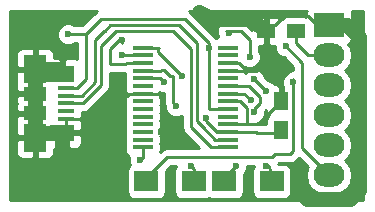
<source format=gtl>
G04 #@! TF.FileFunction,Copper,L1,Top,Signal*
%FSLAX46Y46*%
G04 Gerber Fmt 4.6, Leading zero omitted, Abs format (unit mm)*
G04 Created by KiCad (PCBNEW 4.0.6) date 10/22/17 19:33:14*
%MOMM*%
%LPD*%
G01*
G04 APERTURE LIST*
%ADD10C,0.100000*%
%ADD11R,1.500000X1.250000*%
%ADD12R,1.250000X1.500000*%
%ADD13R,2.000000X1.700000*%
%ADD14R,1.380000X0.450000*%
%ADD15R,2.100000X1.475000*%
%ADD16R,1.900000X2.375000*%
%ADD17R,1.900000X1.175000*%
%ADD18R,2.600000X2.000000*%
%ADD19O,2.600000X2.000000*%
%ADD20R,1.750000X0.450000*%
%ADD21C,0.600000*%
%ADD22C,0.250000*%
%ADD23C,1.270000*%
%ADD24C,0.254000*%
G04 APERTURE END LIST*
D10*
D11*
X137902000Y-88900000D03*
X135402000Y-88900000D03*
D12*
X136652000Y-94762000D03*
X136652000Y-97262000D03*
D13*
X131858000Y-101600000D03*
X135858000Y-101600000D03*
X125254000Y-101600000D03*
X129254000Y-101600000D03*
D14*
X118484000Y-93696000D03*
X118484000Y-94346000D03*
X118484000Y-94996000D03*
X118484000Y-95646000D03*
X118484000Y-96296000D03*
D15*
X118124000Y-92533500D03*
X118124000Y-97458500D03*
D16*
X115824000Y-92086000D03*
X115824000Y-97906000D03*
D17*
X115824000Y-94156000D03*
X115824000Y-95836000D03*
D18*
X140716000Y-88392000D03*
D19*
X140716000Y-90932000D03*
X140716000Y-93472000D03*
X140716000Y-96012000D03*
X140716000Y-98552000D03*
X140716000Y-101092000D03*
D20*
X124924000Y-90263000D03*
X124924000Y-90913000D03*
X124924000Y-91563000D03*
X124924000Y-92213000D03*
X124924000Y-92863000D03*
X124924000Y-93513000D03*
X124924000Y-94163000D03*
X124924000Y-94813000D03*
X124924000Y-95463000D03*
X124924000Y-96113000D03*
X124924000Y-96763000D03*
X124924000Y-97413000D03*
X124924000Y-98063000D03*
X124924000Y-98713000D03*
X132124000Y-98713000D03*
X132124000Y-98063000D03*
X132124000Y-97413000D03*
X132124000Y-96763000D03*
X132124000Y-96113000D03*
X132124000Y-95463000D03*
X132124000Y-94813000D03*
X132124000Y-94163000D03*
X132124000Y-93513000D03*
X132124000Y-92863000D03*
X132124000Y-92213000D03*
X132124000Y-91563000D03*
X132124000Y-90913000D03*
X132124000Y-90263000D03*
D21*
X130556000Y-90297000D03*
X118618000Y-89154000D03*
X138176000Y-100330000D03*
X126492000Y-97409000D03*
X129667000Y-87249000D03*
X119380000Y-100076000D03*
X133985000Y-91059000D03*
X132207000Y-89027000D03*
X135382000Y-93980000D03*
X134366000Y-92964000D03*
X130302000Y-96266000D03*
X127762000Y-95250000D03*
X134366000Y-95758000D03*
X132842000Y-100330000D03*
X135382000Y-100330000D03*
X137668000Y-93218000D03*
X134112000Y-94742000D03*
X129032000Y-100330000D03*
X126746000Y-93218000D03*
X128270000Y-92710000D03*
X123190000Y-89662000D03*
X123190000Y-90932000D03*
X137033000Y-90170000D03*
X124714000Y-99822000D03*
D22*
X120142000Y-89154000D02*
X118618000Y-89154000D01*
X118484000Y-93696000D02*
X119410000Y-93696000D01*
X120142000Y-89154000D02*
X121158000Y-88138000D01*
X128524000Y-87884000D02*
X130556000Y-89916000D01*
X122428000Y-87884000D02*
X128524000Y-87884000D01*
X130556000Y-89916000D02*
X130556000Y-90297000D01*
X121412000Y-87884000D02*
X121158000Y-88138000D01*
X122428000Y-87884000D02*
X121412000Y-87884000D01*
X120142000Y-92964000D02*
X120142000Y-89154000D01*
X119410000Y-93696000D02*
X120142000Y-92964000D01*
X131064000Y-95463000D02*
X130556000Y-95463000D01*
X131064000Y-95463000D02*
X132124000Y-95463000D01*
X130556000Y-90297000D02*
X130556000Y-95504000D01*
X130556000Y-95463000D02*
X130556000Y-95504000D01*
D23*
X138176000Y-102362000D02*
X138176000Y-102489000D01*
X138811000Y-103124000D02*
X142494000Y-103124000D01*
X138176000Y-102489000D02*
X138811000Y-103124000D01*
X142240000Y-88392000D02*
X143256000Y-89408000D01*
X142240000Y-88392000D02*
X140716000Y-88392000D01*
X143256000Y-102362000D02*
X142494000Y-103124000D01*
X143256000Y-89408000D02*
X143256000Y-102362000D01*
X138176000Y-102362000D02*
X138176000Y-100330000D01*
D22*
X132124000Y-91563000D02*
X133092000Y-91563000D01*
X133731000Y-92329000D02*
X133731000Y-92213000D01*
X133742000Y-92318000D02*
X133731000Y-92329000D01*
X133742000Y-92213000D02*
X133742000Y-92318000D01*
X133092000Y-91563000D02*
X133742000Y-92213000D01*
X135402000Y-88900000D02*
X135402000Y-91674000D01*
X135402000Y-91674000D02*
X134874000Y-92202000D01*
X126421000Y-94163000D02*
X124924000Y-94163000D01*
X126492000Y-94234000D02*
X126421000Y-94163000D01*
X126492000Y-97409000D02*
X126492000Y-94234000D01*
X134620000Y-92202000D02*
X134874000Y-92202000D01*
X134874000Y-92202000D02*
X135128000Y-92202000D01*
X135128000Y-92202000D02*
X136652000Y-93726000D01*
X136652000Y-93726000D02*
X136652000Y-94762000D01*
X135255000Y-96139000D02*
X134620000Y-96774000D01*
X134388000Y-96774000D02*
X134377000Y-96763000D01*
X134620000Y-96774000D02*
X134388000Y-96774000D01*
X135255000Y-96139000D02*
X136632000Y-94762000D01*
X136632000Y-94762000D02*
X136652000Y-94762000D01*
X133731000Y-95377000D02*
X133731000Y-96763000D01*
X133604000Y-96774000D02*
X133604000Y-96763000D01*
X133720000Y-96774000D02*
X133604000Y-96774000D01*
X133731000Y-96763000D02*
X133720000Y-96774000D01*
X133858000Y-96763000D02*
X134377000Y-96763000D01*
X133604000Y-96763000D02*
X133858000Y-96763000D01*
X132124000Y-94813000D02*
X133167000Y-94813000D01*
X133167000Y-94813000D02*
X133731000Y-95377000D01*
D23*
X134132000Y-87884000D02*
X135402000Y-88900000D01*
X130810000Y-87884000D02*
X134132000Y-87884000D01*
X129667000Y-87249000D02*
X130810000Y-87884000D01*
D22*
X135402000Y-88900000D02*
X135382000Y-88900000D01*
X135402000Y-88900000D02*
X135402000Y-88880000D01*
X135402000Y-88880000D02*
X136144000Y-88392000D01*
X140716000Y-88392000D02*
X139700000Y-88392000D01*
X139700000Y-88392000D02*
X138938000Y-87630000D01*
X136906000Y-87630000D02*
X136398000Y-88138000D01*
X138938000Y-87630000D02*
X136906000Y-87630000D01*
X140462000Y-88138000D02*
X140716000Y-88392000D01*
D23*
X118124000Y-98820000D02*
X118124000Y-97458500D01*
X119380000Y-100076000D02*
X118124000Y-98820000D01*
D22*
X121920000Y-96012000D02*
X120142000Y-96012000D01*
X124924000Y-94163000D02*
X123769000Y-94163000D01*
X123769000Y-94163000D02*
X121920000Y-96012000D01*
X119858000Y-96296000D02*
X118484000Y-96296000D01*
X120142000Y-96012000D02*
X119858000Y-96296000D01*
X136144000Y-88392000D02*
X136398000Y-88138000D01*
X134620000Y-92202000D02*
X134631000Y-92213000D01*
X134631000Y-92213000D02*
X133731000Y-92213000D01*
X133731000Y-92213000D02*
X132124000Y-92213000D01*
X136601000Y-94813000D02*
X136652000Y-94762000D01*
X132124000Y-96763000D02*
X133604000Y-96763000D01*
X136378000Y-94762000D02*
X136652000Y-94762000D01*
X118484000Y-96296000D02*
X118484000Y-97098500D01*
X118484000Y-97098500D02*
X118124000Y-97458500D01*
X118484000Y-97098500D02*
X118124000Y-97458500D01*
D23*
X115824000Y-92086000D02*
X117676500Y-92086000D01*
X117676500Y-92086000D02*
X118124000Y-92533500D01*
X115824000Y-95836000D02*
X115824000Y-94156000D01*
X115824000Y-97906000D02*
X115824000Y-95836000D01*
X118124000Y-97458500D02*
X116271500Y-97458500D01*
X116271500Y-97458500D02*
X115824000Y-97906000D01*
X118124000Y-92533500D02*
X116271500Y-92533500D01*
X116271500Y-92533500D02*
X115824000Y-92086000D01*
X116271500Y-97458500D02*
X115824000Y-97906000D01*
X115824000Y-92086000D02*
X115824000Y-94156000D01*
D22*
X131953000Y-88900000D02*
X132080000Y-88900000D01*
X133985000Y-91059000D02*
X133985000Y-89662000D01*
X133985000Y-89662000D02*
X133223000Y-88900000D01*
X133223000Y-88900000D02*
X131953000Y-88900000D01*
X132080000Y-88900000D02*
X132207000Y-89027000D01*
X134366000Y-92964000D02*
X134874000Y-93472000D01*
X135382000Y-93980000D02*
X134874000Y-93472000D01*
X137902000Y-88900000D02*
X137902000Y-89896000D01*
X138938000Y-90932000D02*
X140716000Y-90932000D01*
X137902000Y-89896000D02*
X138938000Y-90932000D01*
X132124000Y-97413000D02*
X131195000Y-97413000D01*
X131195000Y-97413000D02*
X130302000Y-96520000D01*
X130302000Y-96520000D02*
X130302000Y-96266000D01*
X126503000Y-92213000D02*
X124924000Y-92213000D01*
X127762000Y-95250000D02*
X127508000Y-94996000D01*
X127508000Y-94996000D02*
X127508000Y-93218000D01*
X127508000Y-93218000D02*
X127508000Y-92710000D01*
X126503000Y-92213000D02*
X126514000Y-92202000D01*
X126514000Y-92202000D02*
X126746000Y-92202000D01*
X126746000Y-92202000D02*
X127254000Y-92710000D01*
X127254000Y-92710000D02*
X127508000Y-92710000D01*
X136652000Y-97262000D02*
X136652000Y-97282000D01*
X134620000Y-97536000D02*
X136378000Y-97536000D01*
X136378000Y-97536000D02*
X136652000Y-97262000D01*
X134497000Y-97413000D02*
X132124000Y-97413000D01*
X134620000Y-97536000D02*
X134497000Y-97413000D01*
X132124000Y-93513000D02*
X133350000Y-93513000D01*
X134874000Y-94996000D02*
X134874000Y-94488000D01*
X134366000Y-95504000D02*
X134874000Y-94996000D01*
X134366000Y-95504000D02*
X134366000Y-95758000D01*
X133350000Y-93513000D02*
X133858000Y-93513000D01*
X133899000Y-93513000D02*
X134874000Y-94488000D01*
X133858000Y-93513000D02*
X133899000Y-93513000D01*
X131858000Y-101314000D02*
X132842000Y-100330000D01*
X131858000Y-101314000D02*
X131858000Y-101600000D01*
X135604000Y-100298000D02*
X135858000Y-101600000D01*
X135382000Y-100330000D02*
X135604000Y-100298000D01*
X132124000Y-94163000D02*
X133533000Y-94163000D01*
X137668000Y-92964000D02*
X137668000Y-93218000D01*
X137668000Y-95504000D02*
X137668000Y-92964000D01*
X134874000Y-99568000D02*
X132588000Y-99568000D01*
X136398000Y-99314000D02*
X136144000Y-99314000D01*
X136906000Y-99314000D02*
X136398000Y-99314000D01*
X135890000Y-99568000D02*
X134874000Y-99568000D01*
X136144000Y-99314000D02*
X135890000Y-99568000D01*
X132588000Y-99568000D02*
X127000000Y-99568000D01*
X127000000Y-99568000D02*
X125254000Y-101314000D01*
X137668000Y-99060000D02*
X137414000Y-99314000D01*
X137668000Y-95504000D02*
X137668000Y-99060000D01*
X137414000Y-99314000D02*
X136906000Y-99314000D01*
X137668000Y-93218000D02*
X137668000Y-93218000D01*
X133533000Y-94163000D02*
X134112000Y-94742000D01*
X125254000Y-101600000D02*
X125254000Y-101314000D01*
X129254000Y-101600000D02*
X129254000Y-100552000D01*
X129254000Y-100552000D02*
X129032000Y-100330000D01*
X129540000Y-89916000D02*
X129540000Y-90170000D01*
X129540000Y-96520000D02*
X129540000Y-90170000D01*
X129540000Y-96520000D02*
X130048000Y-97028000D01*
X118484000Y-94346000D02*
X119776000Y-94346000D01*
X120904000Y-93218000D02*
X120904000Y-92456000D01*
X119776000Y-94346000D02*
X120904000Y-93218000D01*
X120904000Y-89662000D02*
X120904000Y-92456000D01*
X121666000Y-88900000D02*
X120904000Y-89662000D01*
X122174000Y-88392000D02*
X122936000Y-88392000D01*
X121714500Y-88851500D02*
X122174000Y-88392000D01*
X131083000Y-98063000D02*
X132124000Y-98063000D01*
X122936000Y-88392000D02*
X128016000Y-88392000D01*
X128016000Y-88392000D02*
X129540000Y-89916000D01*
X130048000Y-97028000D02*
X131083000Y-98063000D01*
X129540000Y-97536000D02*
X129032000Y-97028000D01*
X129032000Y-97028000D02*
X129032000Y-90424000D01*
X122428000Y-89154000D02*
X121412000Y-90170000D01*
X123444000Y-88900000D02*
X127508000Y-88900000D01*
X127508000Y-88900000D02*
X129032000Y-90424000D01*
X122682000Y-88900000D02*
X122428000Y-89154000D01*
X123444000Y-88900000D02*
X122682000Y-88900000D01*
X119888000Y-94996000D02*
X118484000Y-94996000D01*
X121412000Y-93472000D02*
X119888000Y-94996000D01*
X121412000Y-90170000D02*
X121412000Y-93472000D01*
X129540000Y-97536000D02*
X130717000Y-98713000D01*
X132124000Y-98713000D02*
X130717000Y-98713000D01*
X124924000Y-92863000D02*
X126391000Y-92863000D01*
X126391000Y-92863000D02*
X126746000Y-93218000D01*
X126238000Y-90263000D02*
X126238000Y-90678000D01*
X126238000Y-90678000D02*
X128270000Y-92710000D01*
X124924000Y-90263000D02*
X126238000Y-90263000D01*
X126238000Y-90263000D02*
X126331000Y-90263000D01*
X123190000Y-89662000D02*
X122936000Y-89662000D01*
X123575000Y-91563000D02*
X124924000Y-91563000D01*
X123444000Y-91694000D02*
X123575000Y-91563000D01*
X122174000Y-91694000D02*
X123444000Y-91694000D01*
X122174000Y-90424000D02*
X122174000Y-91694000D01*
X122936000Y-89662000D02*
X122174000Y-90424000D01*
X123190000Y-89662000D02*
X123190000Y-89916000D01*
X138430000Y-92202000D02*
X138430000Y-91567000D01*
X123209000Y-90913000D02*
X123190000Y-90932000D01*
X124924000Y-90913000D02*
X123209000Y-90913000D01*
X138430000Y-92202000D02*
X138430000Y-98806000D01*
X138430000Y-98806000D02*
X140716000Y-101092000D01*
X138430000Y-91567000D02*
X137033000Y-90170000D01*
X124924000Y-98713000D02*
X124924000Y-99612000D01*
X124924000Y-99612000D02*
X124714000Y-99822000D01*
D24*
G36*
X120874599Y-87346599D02*
X119827198Y-88394000D01*
X119180463Y-88394000D01*
X119148327Y-88361808D01*
X118804799Y-88219162D01*
X118432833Y-88218838D01*
X118089057Y-88360883D01*
X117825808Y-88623673D01*
X117683162Y-88967201D01*
X117682838Y-89339167D01*
X117824883Y-89682943D01*
X118087673Y-89946192D01*
X118431201Y-90088838D01*
X118803167Y-90089162D01*
X119146943Y-89947117D01*
X119180118Y-89914000D01*
X119382000Y-89914000D01*
X119382000Y-91194837D01*
X119300310Y-91161000D01*
X118409750Y-91161000D01*
X118251000Y-91319750D01*
X118251000Y-92406500D01*
X118271000Y-92406500D01*
X118271000Y-92660500D01*
X118251000Y-92660500D01*
X118251000Y-92680500D01*
X117997000Y-92680500D01*
X117997000Y-92660500D01*
X117977000Y-92660500D01*
X117977000Y-92406500D01*
X117997000Y-92406500D01*
X117997000Y-91319750D01*
X117838250Y-91161000D01*
X117409000Y-91161000D01*
X117409000Y-90772191D01*
X117312327Y-90538802D01*
X117133699Y-90360173D01*
X116900310Y-90263500D01*
X116109750Y-90263500D01*
X115951000Y-90422250D01*
X115951000Y-91959000D01*
X115971000Y-91959000D01*
X115971000Y-92213000D01*
X115951000Y-92213000D01*
X115951000Y-94029000D01*
X115971000Y-94029000D01*
X115971000Y-94283000D01*
X115951000Y-94283000D01*
X115951000Y-95709000D01*
X115971000Y-95709000D01*
X115971000Y-95963000D01*
X115951000Y-95963000D01*
X115951000Y-97779000D01*
X115971000Y-97779000D01*
X115971000Y-98033000D01*
X115951000Y-98033000D01*
X115951000Y-99569750D01*
X116109750Y-99728500D01*
X116900310Y-99728500D01*
X117133699Y-99631827D01*
X117312327Y-99453198D01*
X117409000Y-99219809D01*
X117409000Y-98831000D01*
X117838250Y-98831000D01*
X117997000Y-98672250D01*
X117997000Y-97585500D01*
X118251000Y-97585500D01*
X118251000Y-98672250D01*
X118409750Y-98831000D01*
X119300310Y-98831000D01*
X119533699Y-98734327D01*
X119712327Y-98555698D01*
X119809000Y-98322309D01*
X119809000Y-97744250D01*
X119650250Y-97585500D01*
X118251000Y-97585500D01*
X117997000Y-97585500D01*
X117977000Y-97585500D01*
X117977000Y-97331500D01*
X117997000Y-97331500D01*
X117997000Y-97311500D01*
X118251000Y-97311500D01*
X118251000Y-97331500D01*
X119650250Y-97331500D01*
X119809000Y-97172750D01*
X119809000Y-96567250D01*
X119789596Y-96547846D01*
X119712327Y-96361302D01*
X119650070Y-96299044D01*
X119770431Y-96122890D01*
X119785558Y-96048192D01*
X119809000Y-96024750D01*
X119809000Y-95944691D01*
X119807332Y-95940665D01*
X119821440Y-95871000D01*
X119821440Y-95756000D01*
X119888000Y-95756000D01*
X120178839Y-95698148D01*
X120425401Y-95533401D01*
X121949401Y-94009401D01*
X122114148Y-93762840D01*
X122127443Y-93696000D01*
X122172000Y-93472000D01*
X122172000Y-92453602D01*
X122174000Y-92454000D01*
X123404571Y-92454000D01*
X123421067Y-92541671D01*
X123401560Y-92638000D01*
X123401560Y-93088000D01*
X123421067Y-93191671D01*
X123401560Y-93288000D01*
X123401560Y-93738000D01*
X123414980Y-93809323D01*
X123414000Y-93811690D01*
X123414000Y-93891750D01*
X123434312Y-93912062D01*
X123445838Y-93973317D01*
X123569329Y-94165227D01*
X123452569Y-94336110D01*
X123437442Y-94410808D01*
X123414000Y-94434250D01*
X123414000Y-94514310D01*
X123415667Y-94518335D01*
X123401560Y-94588000D01*
X123401560Y-95038000D01*
X123421067Y-95141671D01*
X123401560Y-95238000D01*
X123401560Y-95688000D01*
X123421067Y-95791671D01*
X123401560Y-95888000D01*
X123401560Y-96338000D01*
X123421067Y-96441671D01*
X123401560Y-96538000D01*
X123401560Y-96988000D01*
X123421067Y-97091671D01*
X123401560Y-97188000D01*
X123401560Y-97638000D01*
X123421067Y-97741671D01*
X123401560Y-97838000D01*
X123401560Y-98288000D01*
X123421067Y-98391671D01*
X123401560Y-98488000D01*
X123401560Y-98938000D01*
X123445838Y-99173317D01*
X123584910Y-99389441D01*
X123797110Y-99534431D01*
X123819152Y-99538895D01*
X123779162Y-99635201D01*
X123778838Y-100007167D01*
X123874804Y-100239422D01*
X123802559Y-100285910D01*
X123657569Y-100498110D01*
X123606560Y-100750000D01*
X123606560Y-102450000D01*
X123650838Y-102685317D01*
X123789910Y-102901441D01*
X124002110Y-103046431D01*
X124254000Y-103097440D01*
X126254000Y-103097440D01*
X126489317Y-103053162D01*
X126705441Y-102914090D01*
X126850431Y-102701890D01*
X126901440Y-102450000D01*
X126901440Y-100750000D01*
X126900072Y-100742730D01*
X127314802Y-100328000D01*
X127773800Y-100328000D01*
X127657569Y-100498110D01*
X127606560Y-100750000D01*
X127606560Y-102450000D01*
X127650838Y-102685317D01*
X127789910Y-102901441D01*
X128002110Y-103046431D01*
X128254000Y-103097440D01*
X130254000Y-103097440D01*
X130489317Y-103053162D01*
X130554538Y-103011193D01*
X130606110Y-103046431D01*
X130858000Y-103097440D01*
X132858000Y-103097440D01*
X133093317Y-103053162D01*
X133309441Y-102914090D01*
X133454431Y-102701890D01*
X133505440Y-102450000D01*
X133505440Y-100988855D01*
X133634192Y-100860327D01*
X133776838Y-100516799D01*
X133777002Y-100328000D01*
X134377800Y-100328000D01*
X134261569Y-100498110D01*
X134210560Y-100750000D01*
X134210560Y-102450000D01*
X134254838Y-102685317D01*
X134393910Y-102901441D01*
X134606110Y-103046431D01*
X134858000Y-103097440D01*
X136858000Y-103097440D01*
X137093317Y-103053162D01*
X137309441Y-102914090D01*
X137454431Y-102701890D01*
X137505440Y-102450000D01*
X137505440Y-100750000D01*
X137461162Y-100514683D01*
X137322090Y-100298559D01*
X137109890Y-100153569D01*
X136858000Y-100102560D01*
X136430242Y-100102560D01*
X136458802Y-100074000D01*
X137414000Y-100074000D01*
X137704839Y-100016148D01*
X137951401Y-99851401D01*
X138176000Y-99626802D01*
X138926814Y-100377616D01*
X138867548Y-100466313D01*
X138743091Y-101092000D01*
X138867548Y-101717687D01*
X139221971Y-102248120D01*
X139752404Y-102602543D01*
X140378091Y-102727000D01*
X141053909Y-102727000D01*
X141679596Y-102602543D01*
X142210029Y-102248120D01*
X142564452Y-101717687D01*
X142688909Y-101092000D01*
X142564452Y-100466313D01*
X142210029Y-99935880D01*
X142039595Y-99822000D01*
X142210029Y-99708120D01*
X142564452Y-99177687D01*
X142688909Y-98552000D01*
X142564452Y-97926313D01*
X142210029Y-97395880D01*
X142039595Y-97282000D01*
X142210029Y-97168120D01*
X142564452Y-96637687D01*
X142688909Y-96012000D01*
X142564452Y-95386313D01*
X142210029Y-94855880D01*
X142039595Y-94742000D01*
X142210029Y-94628120D01*
X142564452Y-94097687D01*
X142688909Y-93472000D01*
X142564452Y-92846313D01*
X142210029Y-92315880D01*
X142039595Y-92202000D01*
X142210029Y-92088120D01*
X142564452Y-91557687D01*
X142688909Y-90932000D01*
X142564452Y-90306313D01*
X142326769Y-89950594D01*
X142375699Y-89930327D01*
X142554327Y-89751698D01*
X142651000Y-89518309D01*
X142651000Y-88677750D01*
X142492250Y-88519000D01*
X140843000Y-88519000D01*
X140843000Y-88539000D01*
X140589000Y-88539000D01*
X140589000Y-88519000D01*
X140569000Y-88519000D01*
X140569000Y-88265000D01*
X140589000Y-88265000D01*
X140589000Y-88245000D01*
X140843000Y-88245000D01*
X140843000Y-88265000D01*
X142492250Y-88265000D01*
X142651000Y-88106250D01*
X142651000Y-87265691D01*
X142622547Y-87197000D01*
X143562000Y-87197000D01*
X143562000Y-103157000D01*
X113740000Y-103157000D01*
X113740000Y-98191750D01*
X114239000Y-98191750D01*
X114239000Y-99219809D01*
X114335673Y-99453198D01*
X114514301Y-99631827D01*
X114747690Y-99728500D01*
X115538250Y-99728500D01*
X115697000Y-99569750D01*
X115697000Y-98033000D01*
X114397750Y-98033000D01*
X114239000Y-98191750D01*
X113740000Y-98191750D01*
X113740000Y-96121750D01*
X114239000Y-96121750D01*
X114239000Y-96549809D01*
X114247778Y-96571000D01*
X114239000Y-96592191D01*
X114239000Y-97620250D01*
X114397750Y-97779000D01*
X115697000Y-97779000D01*
X115697000Y-95963000D01*
X114397750Y-95963000D01*
X114239000Y-96121750D01*
X113740000Y-96121750D01*
X113740000Y-94441750D01*
X114239000Y-94441750D01*
X114239000Y-94869809D01*
X114291270Y-94996000D01*
X114239000Y-95122191D01*
X114239000Y-95550250D01*
X114397750Y-95709000D01*
X115697000Y-95709000D01*
X115697000Y-94283000D01*
X114397750Y-94283000D01*
X114239000Y-94441750D01*
X113740000Y-94441750D01*
X113740000Y-92371750D01*
X114239000Y-92371750D01*
X114239000Y-93399809D01*
X114247778Y-93421000D01*
X114239000Y-93442191D01*
X114239000Y-93870250D01*
X114397750Y-94029000D01*
X115697000Y-94029000D01*
X115697000Y-92213000D01*
X114397750Y-92213000D01*
X114239000Y-92371750D01*
X113740000Y-92371750D01*
X113740000Y-90772191D01*
X114239000Y-90772191D01*
X114239000Y-91800250D01*
X114397750Y-91959000D01*
X115697000Y-91959000D01*
X115697000Y-90422250D01*
X115538250Y-90263500D01*
X114747690Y-90263500D01*
X114514301Y-90360173D01*
X114335673Y-90538802D01*
X114239000Y-90772191D01*
X113740000Y-90772191D01*
X113740000Y-87197000D01*
X121098489Y-87197000D01*
X120874599Y-87346599D01*
X120874599Y-87346599D01*
G37*
X120874599Y-87346599D02*
X119827198Y-88394000D01*
X119180463Y-88394000D01*
X119148327Y-88361808D01*
X118804799Y-88219162D01*
X118432833Y-88218838D01*
X118089057Y-88360883D01*
X117825808Y-88623673D01*
X117683162Y-88967201D01*
X117682838Y-89339167D01*
X117824883Y-89682943D01*
X118087673Y-89946192D01*
X118431201Y-90088838D01*
X118803167Y-90089162D01*
X119146943Y-89947117D01*
X119180118Y-89914000D01*
X119382000Y-89914000D01*
X119382000Y-91194837D01*
X119300310Y-91161000D01*
X118409750Y-91161000D01*
X118251000Y-91319750D01*
X118251000Y-92406500D01*
X118271000Y-92406500D01*
X118271000Y-92660500D01*
X118251000Y-92660500D01*
X118251000Y-92680500D01*
X117997000Y-92680500D01*
X117997000Y-92660500D01*
X117977000Y-92660500D01*
X117977000Y-92406500D01*
X117997000Y-92406500D01*
X117997000Y-91319750D01*
X117838250Y-91161000D01*
X117409000Y-91161000D01*
X117409000Y-90772191D01*
X117312327Y-90538802D01*
X117133699Y-90360173D01*
X116900310Y-90263500D01*
X116109750Y-90263500D01*
X115951000Y-90422250D01*
X115951000Y-91959000D01*
X115971000Y-91959000D01*
X115971000Y-92213000D01*
X115951000Y-92213000D01*
X115951000Y-94029000D01*
X115971000Y-94029000D01*
X115971000Y-94283000D01*
X115951000Y-94283000D01*
X115951000Y-95709000D01*
X115971000Y-95709000D01*
X115971000Y-95963000D01*
X115951000Y-95963000D01*
X115951000Y-97779000D01*
X115971000Y-97779000D01*
X115971000Y-98033000D01*
X115951000Y-98033000D01*
X115951000Y-99569750D01*
X116109750Y-99728500D01*
X116900310Y-99728500D01*
X117133699Y-99631827D01*
X117312327Y-99453198D01*
X117409000Y-99219809D01*
X117409000Y-98831000D01*
X117838250Y-98831000D01*
X117997000Y-98672250D01*
X117997000Y-97585500D01*
X118251000Y-97585500D01*
X118251000Y-98672250D01*
X118409750Y-98831000D01*
X119300310Y-98831000D01*
X119533699Y-98734327D01*
X119712327Y-98555698D01*
X119809000Y-98322309D01*
X119809000Y-97744250D01*
X119650250Y-97585500D01*
X118251000Y-97585500D01*
X117997000Y-97585500D01*
X117977000Y-97585500D01*
X117977000Y-97331500D01*
X117997000Y-97331500D01*
X117997000Y-97311500D01*
X118251000Y-97311500D01*
X118251000Y-97331500D01*
X119650250Y-97331500D01*
X119809000Y-97172750D01*
X119809000Y-96567250D01*
X119789596Y-96547846D01*
X119712327Y-96361302D01*
X119650070Y-96299044D01*
X119770431Y-96122890D01*
X119785558Y-96048192D01*
X119809000Y-96024750D01*
X119809000Y-95944691D01*
X119807332Y-95940665D01*
X119821440Y-95871000D01*
X119821440Y-95756000D01*
X119888000Y-95756000D01*
X120178839Y-95698148D01*
X120425401Y-95533401D01*
X121949401Y-94009401D01*
X122114148Y-93762840D01*
X122127443Y-93696000D01*
X122172000Y-93472000D01*
X122172000Y-92453602D01*
X122174000Y-92454000D01*
X123404571Y-92454000D01*
X123421067Y-92541671D01*
X123401560Y-92638000D01*
X123401560Y-93088000D01*
X123421067Y-93191671D01*
X123401560Y-93288000D01*
X123401560Y-93738000D01*
X123414980Y-93809323D01*
X123414000Y-93811690D01*
X123414000Y-93891750D01*
X123434312Y-93912062D01*
X123445838Y-93973317D01*
X123569329Y-94165227D01*
X123452569Y-94336110D01*
X123437442Y-94410808D01*
X123414000Y-94434250D01*
X123414000Y-94514310D01*
X123415667Y-94518335D01*
X123401560Y-94588000D01*
X123401560Y-95038000D01*
X123421067Y-95141671D01*
X123401560Y-95238000D01*
X123401560Y-95688000D01*
X123421067Y-95791671D01*
X123401560Y-95888000D01*
X123401560Y-96338000D01*
X123421067Y-96441671D01*
X123401560Y-96538000D01*
X123401560Y-96988000D01*
X123421067Y-97091671D01*
X123401560Y-97188000D01*
X123401560Y-97638000D01*
X123421067Y-97741671D01*
X123401560Y-97838000D01*
X123401560Y-98288000D01*
X123421067Y-98391671D01*
X123401560Y-98488000D01*
X123401560Y-98938000D01*
X123445838Y-99173317D01*
X123584910Y-99389441D01*
X123797110Y-99534431D01*
X123819152Y-99538895D01*
X123779162Y-99635201D01*
X123778838Y-100007167D01*
X123874804Y-100239422D01*
X123802559Y-100285910D01*
X123657569Y-100498110D01*
X123606560Y-100750000D01*
X123606560Y-102450000D01*
X123650838Y-102685317D01*
X123789910Y-102901441D01*
X124002110Y-103046431D01*
X124254000Y-103097440D01*
X126254000Y-103097440D01*
X126489317Y-103053162D01*
X126705441Y-102914090D01*
X126850431Y-102701890D01*
X126901440Y-102450000D01*
X126901440Y-100750000D01*
X126900072Y-100742730D01*
X127314802Y-100328000D01*
X127773800Y-100328000D01*
X127657569Y-100498110D01*
X127606560Y-100750000D01*
X127606560Y-102450000D01*
X127650838Y-102685317D01*
X127789910Y-102901441D01*
X128002110Y-103046431D01*
X128254000Y-103097440D01*
X130254000Y-103097440D01*
X130489317Y-103053162D01*
X130554538Y-103011193D01*
X130606110Y-103046431D01*
X130858000Y-103097440D01*
X132858000Y-103097440D01*
X133093317Y-103053162D01*
X133309441Y-102914090D01*
X133454431Y-102701890D01*
X133505440Y-102450000D01*
X133505440Y-100988855D01*
X133634192Y-100860327D01*
X133776838Y-100516799D01*
X133777002Y-100328000D01*
X134377800Y-100328000D01*
X134261569Y-100498110D01*
X134210560Y-100750000D01*
X134210560Y-102450000D01*
X134254838Y-102685317D01*
X134393910Y-102901441D01*
X134606110Y-103046431D01*
X134858000Y-103097440D01*
X136858000Y-103097440D01*
X137093317Y-103053162D01*
X137309441Y-102914090D01*
X137454431Y-102701890D01*
X137505440Y-102450000D01*
X137505440Y-100750000D01*
X137461162Y-100514683D01*
X137322090Y-100298559D01*
X137109890Y-100153569D01*
X136858000Y-100102560D01*
X136430242Y-100102560D01*
X136458802Y-100074000D01*
X137414000Y-100074000D01*
X137704839Y-100016148D01*
X137951401Y-99851401D01*
X138176000Y-99626802D01*
X138926814Y-100377616D01*
X138867548Y-100466313D01*
X138743091Y-101092000D01*
X138867548Y-101717687D01*
X139221971Y-102248120D01*
X139752404Y-102602543D01*
X140378091Y-102727000D01*
X141053909Y-102727000D01*
X141679596Y-102602543D01*
X142210029Y-102248120D01*
X142564452Y-101717687D01*
X142688909Y-101092000D01*
X142564452Y-100466313D01*
X142210029Y-99935880D01*
X142039595Y-99822000D01*
X142210029Y-99708120D01*
X142564452Y-99177687D01*
X142688909Y-98552000D01*
X142564452Y-97926313D01*
X142210029Y-97395880D01*
X142039595Y-97282000D01*
X142210029Y-97168120D01*
X142564452Y-96637687D01*
X142688909Y-96012000D01*
X142564452Y-95386313D01*
X142210029Y-94855880D01*
X142039595Y-94742000D01*
X142210029Y-94628120D01*
X142564452Y-94097687D01*
X142688909Y-93472000D01*
X142564452Y-92846313D01*
X142210029Y-92315880D01*
X142039595Y-92202000D01*
X142210029Y-92088120D01*
X142564452Y-91557687D01*
X142688909Y-90932000D01*
X142564452Y-90306313D01*
X142326769Y-89950594D01*
X142375699Y-89930327D01*
X142554327Y-89751698D01*
X142651000Y-89518309D01*
X142651000Y-88677750D01*
X142492250Y-88519000D01*
X140843000Y-88519000D01*
X140843000Y-88539000D01*
X140589000Y-88539000D01*
X140589000Y-88519000D01*
X140569000Y-88519000D01*
X140569000Y-88265000D01*
X140589000Y-88265000D01*
X140589000Y-88245000D01*
X140843000Y-88245000D01*
X140843000Y-88265000D01*
X142492250Y-88265000D01*
X142651000Y-88106250D01*
X142651000Y-87265691D01*
X142622547Y-87197000D01*
X143562000Y-87197000D01*
X143562000Y-103157000D01*
X113740000Y-103157000D01*
X113740000Y-98191750D01*
X114239000Y-98191750D01*
X114239000Y-99219809D01*
X114335673Y-99453198D01*
X114514301Y-99631827D01*
X114747690Y-99728500D01*
X115538250Y-99728500D01*
X115697000Y-99569750D01*
X115697000Y-98033000D01*
X114397750Y-98033000D01*
X114239000Y-98191750D01*
X113740000Y-98191750D01*
X113740000Y-96121750D01*
X114239000Y-96121750D01*
X114239000Y-96549809D01*
X114247778Y-96571000D01*
X114239000Y-96592191D01*
X114239000Y-97620250D01*
X114397750Y-97779000D01*
X115697000Y-97779000D01*
X115697000Y-95963000D01*
X114397750Y-95963000D01*
X114239000Y-96121750D01*
X113740000Y-96121750D01*
X113740000Y-94441750D01*
X114239000Y-94441750D01*
X114239000Y-94869809D01*
X114291270Y-94996000D01*
X114239000Y-95122191D01*
X114239000Y-95550250D01*
X114397750Y-95709000D01*
X115697000Y-95709000D01*
X115697000Y-94283000D01*
X114397750Y-94283000D01*
X114239000Y-94441750D01*
X113740000Y-94441750D01*
X113740000Y-92371750D01*
X114239000Y-92371750D01*
X114239000Y-93399809D01*
X114247778Y-93421000D01*
X114239000Y-93442191D01*
X114239000Y-93870250D01*
X114397750Y-94029000D01*
X115697000Y-94029000D01*
X115697000Y-92213000D01*
X114397750Y-92213000D01*
X114239000Y-92371750D01*
X113740000Y-92371750D01*
X113740000Y-90772191D01*
X114239000Y-90772191D01*
X114239000Y-91800250D01*
X114397750Y-91959000D01*
X115697000Y-91959000D01*
X115697000Y-90422250D01*
X115538250Y-90263500D01*
X114747690Y-90263500D01*
X114514301Y-90360173D01*
X114335673Y-90538802D01*
X114239000Y-90772191D01*
X113740000Y-90772191D01*
X113740000Y-87197000D01*
X121098489Y-87197000D01*
X120874599Y-87346599D01*
G36*
X126559201Y-94152838D02*
X126748000Y-94153002D01*
X126748000Y-94996000D01*
X126805852Y-95286839D01*
X126826940Y-95318399D01*
X126826838Y-95435167D01*
X126968883Y-95778943D01*
X127231673Y-96042192D01*
X127575201Y-96184838D01*
X127947167Y-96185162D01*
X128272000Y-96050944D01*
X128272000Y-97028000D01*
X128329852Y-97318839D01*
X128494599Y-97565401D01*
X129737198Y-98808000D01*
X127000000Y-98808000D01*
X126709161Y-98865852D01*
X126462599Y-99030599D01*
X126418823Y-99074375D01*
X126446440Y-98938000D01*
X126446440Y-98488000D01*
X126426933Y-98384329D01*
X126446440Y-98288000D01*
X126446440Y-97838000D01*
X126426933Y-97734329D01*
X126446440Y-97638000D01*
X126446440Y-97188000D01*
X126426933Y-97084329D01*
X126446440Y-96988000D01*
X126446440Y-96538000D01*
X126426933Y-96434329D01*
X126446440Y-96338000D01*
X126446440Y-95888000D01*
X126426933Y-95784329D01*
X126446440Y-95688000D01*
X126446440Y-95238000D01*
X126426933Y-95134329D01*
X126446440Y-95038000D01*
X126446440Y-94588000D01*
X126433020Y-94516677D01*
X126434000Y-94514310D01*
X126434000Y-94434250D01*
X126413688Y-94413938D01*
X126402162Y-94352683D01*
X126278671Y-94160773D01*
X126344896Y-94063850D01*
X126559201Y-94152838D01*
X126559201Y-94152838D01*
G37*
X126559201Y-94152838D02*
X126748000Y-94153002D01*
X126748000Y-94996000D01*
X126805852Y-95286839D01*
X126826940Y-95318399D01*
X126826838Y-95435167D01*
X126968883Y-95778943D01*
X127231673Y-96042192D01*
X127575201Y-96184838D01*
X127947167Y-96185162D01*
X128272000Y-96050944D01*
X128272000Y-97028000D01*
X128329852Y-97318839D01*
X128494599Y-97565401D01*
X129737198Y-98808000D01*
X127000000Y-98808000D01*
X126709161Y-98865852D01*
X126462599Y-99030599D01*
X126418823Y-99074375D01*
X126446440Y-98938000D01*
X126446440Y-98488000D01*
X126426933Y-98384329D01*
X126446440Y-98288000D01*
X126446440Y-97838000D01*
X126426933Y-97734329D01*
X126446440Y-97638000D01*
X126446440Y-97188000D01*
X126426933Y-97084329D01*
X126446440Y-96988000D01*
X126446440Y-96538000D01*
X126426933Y-96434329D01*
X126446440Y-96338000D01*
X126446440Y-95888000D01*
X126426933Y-95784329D01*
X126446440Y-95688000D01*
X126446440Y-95238000D01*
X126426933Y-95134329D01*
X126446440Y-95038000D01*
X126446440Y-94588000D01*
X126433020Y-94516677D01*
X126434000Y-94514310D01*
X126434000Y-94434250D01*
X126413688Y-94413938D01*
X126402162Y-94352683D01*
X126278671Y-94160773D01*
X126344896Y-94063850D01*
X126559201Y-94152838D01*
G36*
X135392000Y-95638309D02*
X135488673Y-95871698D01*
X135629910Y-96012936D01*
X135575559Y-96047910D01*
X135430569Y-96260110D01*
X135379560Y-96512000D01*
X135379560Y-96776000D01*
X134885340Y-96776000D01*
X134787839Y-96710852D01*
X134599177Y-96673325D01*
X134894943Y-96551117D01*
X135158192Y-96288327D01*
X135300838Y-95944799D01*
X135301100Y-95643702D01*
X135392000Y-95552802D01*
X135392000Y-95638309D01*
X135392000Y-95638309D01*
G37*
X135392000Y-95638309D02*
X135488673Y-95871698D01*
X135629910Y-96012936D01*
X135575559Y-96047910D01*
X135430569Y-96260110D01*
X135379560Y-96512000D01*
X135379560Y-96776000D01*
X134885340Y-96776000D01*
X134787839Y-96710852D01*
X134599177Y-96673325D01*
X134894943Y-96551117D01*
X135158192Y-96288327D01*
X135300838Y-95944799D01*
X135301100Y-95643702D01*
X135392000Y-95552802D01*
X135392000Y-95638309D01*
G36*
X138781000Y-87265691D02*
X138781000Y-87653683D01*
X138652000Y-87627560D01*
X137152000Y-87627560D01*
X136916683Y-87671838D01*
X136700559Y-87810910D01*
X136654031Y-87879006D01*
X136511698Y-87736673D01*
X136278309Y-87640000D01*
X135687750Y-87640000D01*
X135529000Y-87798750D01*
X135529000Y-88773000D01*
X135549000Y-88773000D01*
X135549000Y-89027000D01*
X135529000Y-89027000D01*
X135529000Y-90001250D01*
X135687750Y-90160000D01*
X136098008Y-90160000D01*
X136097838Y-90355167D01*
X136239883Y-90698943D01*
X136502673Y-90962192D01*
X136846201Y-91104838D01*
X136893077Y-91104879D01*
X137670000Y-91881802D01*
X137670000Y-92204398D01*
X137668000Y-92204000D01*
X137377161Y-92261852D01*
X137130599Y-92426599D01*
X137117100Y-92446802D01*
X136875808Y-92687673D01*
X136733162Y-93031201D01*
X136732838Y-93403167D01*
X136785100Y-93529650D01*
X136779000Y-93535750D01*
X136779000Y-94635000D01*
X136799000Y-94635000D01*
X136799000Y-94889000D01*
X136779000Y-94889000D01*
X136779000Y-94909000D01*
X136525000Y-94909000D01*
X136525000Y-94889000D01*
X136505000Y-94889000D01*
X136505000Y-94635000D01*
X136525000Y-94635000D01*
X136525000Y-93535750D01*
X136366250Y-93377000D01*
X136101189Y-93377000D01*
X135912327Y-93187808D01*
X135568799Y-93045162D01*
X135521923Y-93045121D01*
X135301122Y-92824320D01*
X135301162Y-92778833D01*
X135159117Y-92435057D01*
X134896327Y-92171808D01*
X134552799Y-92029162D01*
X134180833Y-92028838D01*
X133837057Y-92170883D01*
X133602587Y-92404944D01*
X133602162Y-92402683D01*
X133476941Y-92208084D01*
X133537327Y-92147699D01*
X133614597Y-91961153D01*
X133634000Y-91941750D01*
X133634000Y-91925655D01*
X133798201Y-91993838D01*
X134170167Y-91994162D01*
X134513943Y-91852117D01*
X134777192Y-91589327D01*
X134919838Y-91245799D01*
X134920162Y-90873833D01*
X134778117Y-90530057D01*
X134745000Y-90496882D01*
X134745000Y-90160000D01*
X135116250Y-90160000D01*
X135275000Y-90001250D01*
X135275000Y-89027000D01*
X135255000Y-89027000D01*
X135255000Y-88773000D01*
X135275000Y-88773000D01*
X135275000Y-87798750D01*
X135116250Y-87640000D01*
X134525691Y-87640000D01*
X134292302Y-87736673D01*
X134113673Y-87915301D01*
X134017000Y-88148690D01*
X134017000Y-88614250D01*
X134175748Y-88772998D01*
X134170800Y-88772998D01*
X133760401Y-88362599D01*
X133513839Y-88197852D01*
X133223000Y-88140000D01*
X132509005Y-88140000D01*
X132393799Y-88092162D01*
X132021833Y-88091838D01*
X131860965Y-88158307D01*
X131662161Y-88197852D01*
X131415599Y-88362599D01*
X131250852Y-88609161D01*
X131193000Y-88900000D01*
X131250852Y-89190839D01*
X131282752Y-89238581D01*
X131345548Y-89390560D01*
X131249000Y-89390560D01*
X131117878Y-89415232D01*
X131093401Y-89378599D01*
X129061401Y-87346599D01*
X128837510Y-87197000D01*
X138809453Y-87197000D01*
X138781000Y-87265691D01*
X138781000Y-87265691D01*
G37*
X138781000Y-87265691D02*
X138781000Y-87653683D01*
X138652000Y-87627560D01*
X137152000Y-87627560D01*
X136916683Y-87671838D01*
X136700559Y-87810910D01*
X136654031Y-87879006D01*
X136511698Y-87736673D01*
X136278309Y-87640000D01*
X135687750Y-87640000D01*
X135529000Y-87798750D01*
X135529000Y-88773000D01*
X135549000Y-88773000D01*
X135549000Y-89027000D01*
X135529000Y-89027000D01*
X135529000Y-90001250D01*
X135687750Y-90160000D01*
X136098008Y-90160000D01*
X136097838Y-90355167D01*
X136239883Y-90698943D01*
X136502673Y-90962192D01*
X136846201Y-91104838D01*
X136893077Y-91104879D01*
X137670000Y-91881802D01*
X137670000Y-92204398D01*
X137668000Y-92204000D01*
X137377161Y-92261852D01*
X137130599Y-92426599D01*
X137117100Y-92446802D01*
X136875808Y-92687673D01*
X136733162Y-93031201D01*
X136732838Y-93403167D01*
X136785100Y-93529650D01*
X136779000Y-93535750D01*
X136779000Y-94635000D01*
X136799000Y-94635000D01*
X136799000Y-94889000D01*
X136779000Y-94889000D01*
X136779000Y-94909000D01*
X136525000Y-94909000D01*
X136525000Y-94889000D01*
X136505000Y-94889000D01*
X136505000Y-94635000D01*
X136525000Y-94635000D01*
X136525000Y-93535750D01*
X136366250Y-93377000D01*
X136101189Y-93377000D01*
X135912327Y-93187808D01*
X135568799Y-93045162D01*
X135521923Y-93045121D01*
X135301122Y-92824320D01*
X135301162Y-92778833D01*
X135159117Y-92435057D01*
X134896327Y-92171808D01*
X134552799Y-92029162D01*
X134180833Y-92028838D01*
X133837057Y-92170883D01*
X133602587Y-92404944D01*
X133602162Y-92402683D01*
X133476941Y-92208084D01*
X133537327Y-92147699D01*
X133614597Y-91961153D01*
X133634000Y-91941750D01*
X133634000Y-91925655D01*
X133798201Y-91993838D01*
X134170167Y-91994162D01*
X134513943Y-91852117D01*
X134777192Y-91589327D01*
X134919838Y-91245799D01*
X134920162Y-90873833D01*
X134778117Y-90530057D01*
X134745000Y-90496882D01*
X134745000Y-90160000D01*
X135116250Y-90160000D01*
X135275000Y-90001250D01*
X135275000Y-89027000D01*
X135255000Y-89027000D01*
X135255000Y-88773000D01*
X135275000Y-88773000D01*
X135275000Y-87798750D01*
X135116250Y-87640000D01*
X134525691Y-87640000D01*
X134292302Y-87736673D01*
X134113673Y-87915301D01*
X134017000Y-88148690D01*
X134017000Y-88614250D01*
X134175748Y-88772998D01*
X134170800Y-88772998D01*
X133760401Y-88362599D01*
X133513839Y-88197852D01*
X133223000Y-88140000D01*
X132509005Y-88140000D01*
X132393799Y-88092162D01*
X132021833Y-88091838D01*
X131860965Y-88158307D01*
X131662161Y-88197852D01*
X131415599Y-88362599D01*
X131250852Y-88609161D01*
X131193000Y-88900000D01*
X131250852Y-89190839D01*
X131282752Y-89238581D01*
X131345548Y-89390560D01*
X131249000Y-89390560D01*
X131117878Y-89415232D01*
X131093401Y-89378599D01*
X129061401Y-87346599D01*
X128837510Y-87197000D01*
X138809453Y-87197000D01*
X138781000Y-87265691D01*
M02*

</source>
